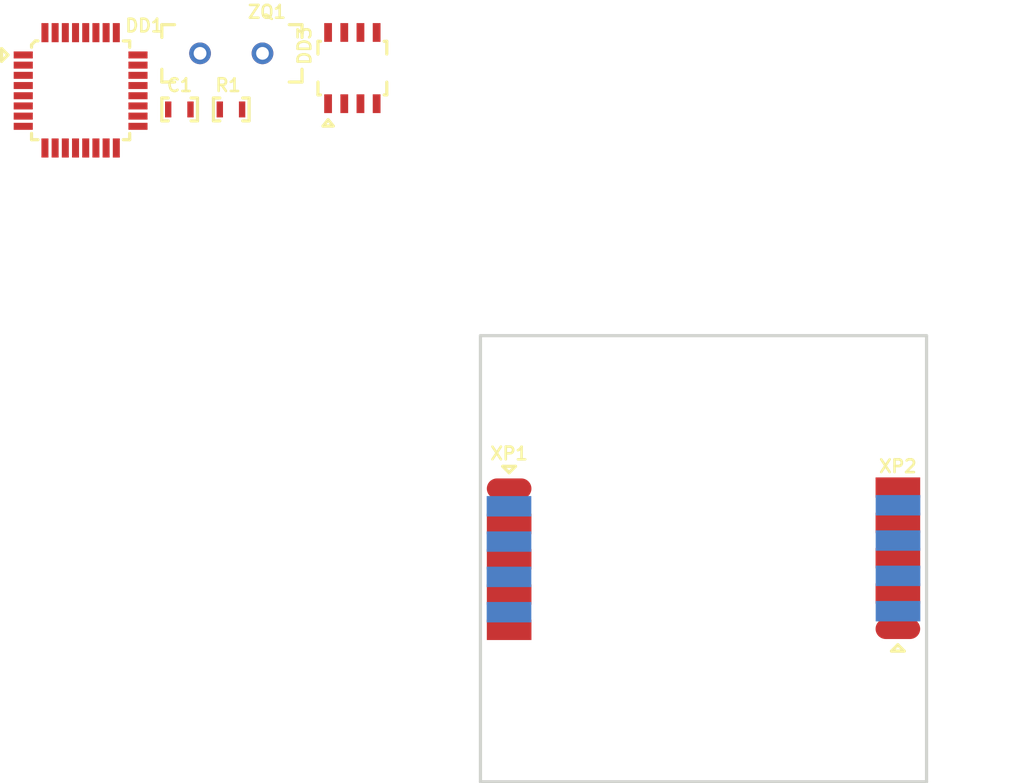
<source format=kicad_pcb>
(kicad_pcb (version 20171130) (host pcbnew "(5.1.2-1)-1")

  (general
    (thickness 1.6)
    (drawings 6)
    (tracks 0)
    (zones 0)
    (modules 7)
    (nets 65)
  )

  (page A4)
  (layers
    (0 F.Cu signal)
    (31 B.Cu signal)
    (32 B.Adhes user)
    (33 F.Adhes user)
    (34 B.Paste user)
    (35 F.Paste user)
    (36 B.SilkS user)
    (37 F.SilkS user)
    (38 B.Mask user)
    (39 F.Mask user)
    (40 Dwgs.User user)
    (41 Cmts.User user)
    (42 Eco1.User user)
    (43 Eco2.User user)
    (44 Edge.Cuts user)
    (45 Margin user)
    (46 B.CrtYd user)
    (47 F.CrtYd user)
    (48 B.Fab user)
    (49 F.Fab user)
  )

  (setup
    (last_trace_width 0.25)
    (trace_clearance 0.2)
    (zone_clearance 0.508)
    (zone_45_only no)
    (trace_min 0.2)
    (via_size 0.8)
    (via_drill 0.4)
    (via_min_size 0.4)
    (via_min_drill 0.3)
    (uvia_size 0.3)
    (uvia_drill 0.1)
    (uvias_allowed no)
    (uvia_min_size 0.2)
    (uvia_min_drill 0.1)
    (edge_width 0.05)
    (segment_width 0.2)
    (pcb_text_width 0.3)
    (pcb_text_size 1.5 1.5)
    (mod_edge_width 0.12)
    (mod_text_size 1 1)
    (mod_text_width 0.15)
    (pad_size 1.524 1.524)
    (pad_drill 0.762)
    (pad_to_mask_clearance 0.051)
    (solder_mask_min_width 0.25)
    (aux_axis_origin 0 0)
    (visible_elements FFFFFF7F)
    (pcbplotparams
      (layerselection 0x010fc_ffffffff)
      (usegerberextensions false)
      (usegerberattributes false)
      (usegerberadvancedattributes false)
      (creategerberjobfile false)
      (excludeedgelayer true)
      (linewidth 0.100000)
      (plotframeref false)
      (viasonmask false)
      (mode 1)
      (useauxorigin false)
      (hpglpennumber 1)
      (hpglpenspeed 20)
      (hpglpendiameter 15.000000)
      (psnegative false)
      (psa4output false)
      (plotreference true)
      (plotvalue true)
      (plotinvisibletext false)
      (padsonsilk false)
      (subtractmaskfromsilk false)
      (outputformat 1)
      (mirror false)
      (drillshape 1)
      (scaleselection 1)
      (outputdirectory ""))
  )

  (net 0 "")
  (net 1 "Net-(C1-Pad2)")
  (net 2 "Net-(C1-Pad1)")
  (net 3 "Net-(DD1-Pad32)")
  (net 4 "Net-(DD1-Pad31)")
  (net 5 "Net-(DD1-Pad30)")
  (net 6 "Net-(DD1-Pad29)")
  (net 7 "Net-(DD1-Pad28)")
  (net 8 "Net-(DD1-Pad27)")
  (net 9 "Net-(DD1-Pad26)")
  (net 10 "Net-(DD1-Pad25)")
  (net 11 "Net-(DD1-Pad24)")
  (net 12 "Net-(DD1-Pad23)")
  (net 13 "Net-(DD1-Pad22)")
  (net 14 "Net-(DD1-Pad21)")
  (net 15 "Net-(DD1-Pad20)")
  (net 16 "Net-(DD1-Pad19)")
  (net 17 "Net-(DD1-Pad18)")
  (net 18 "Net-(DD1-Pad17)")
  (net 19 "Net-(DD1-Pad16)")
  (net 20 "Net-(DD1-Pad15)")
  (net 21 "Net-(DD1-Pad14)")
  (net 22 "Net-(DD1-Pad13)")
  (net 23 "Net-(DD1-Pad12)")
  (net 24 "Net-(DD1-Pad11)")
  (net 25 "Net-(DD1-Pad10)")
  (net 26 "Net-(DD1-Pad9)")
  (net 27 "Net-(DD1-Pad8)")
  (net 28 "Net-(DD1-Pad7)")
  (net 29 "Net-(DD1-Pad6)")
  (net 30 "Net-(DD1-Pad5)")
  (net 31 "Net-(DD1-Pad4)")
  (net 32 "Net-(DD1-Pad3)")
  (net 33 "Net-(DD1-Pad2)")
  (net 34 "Net-(DD1-Pad1)")
  (net 35 "Net-(DD3-Pad8)")
  (net 36 "Net-(DD3-Pad7)")
  (net 37 "Net-(DD3-Pad6)")
  (net 38 "Net-(DD3-Pad5)")
  (net 39 "Net-(DD3-Pad4)")
  (net 40 "Net-(DD3-Pad3)")
  (net 41 "Net-(DD3-Pad2)")
  (net 42 "Net-(DD3-Pad1)")
  (net 43 "Net-(R1-Pad2)")
  (net 44 "Net-(R1-Pad1)")
  (net 45 "Net-(XP1-Pad1)")
  (net 46 "Net-(XP1-Pad2)")
  (net 47 "Net-(XP1-Pad3)")
  (net 48 "Net-(XP1-Pad4)")
  (net 49 "Net-(XP1-Pad5)")
  (net 50 "Net-(XP1-Pad6)")
  (net 51 "Net-(XP1-Pad7)")
  (net 52 "Net-(XP1-Pad8)")
  (net 53 "Net-(XP1-Pad9)")
  (net 54 "Net-(XP2-Pad1)")
  (net 55 "Net-(XP2-Pad2)")
  (net 56 "Net-(XP2-Pad3)")
  (net 57 "Net-(XP2-Pad4)")
  (net 58 "Net-(XP2-Pad5)")
  (net 59 "Net-(XP2-Pad6)")
  (net 60 "Net-(XP2-Pad7)")
  (net 61 "Net-(XP2-Pad8)")
  (net 62 "Net-(XP2-Pad9)")
  (net 63 "Net-(ZQ1-Pad1)")
  (net 64 "Net-(ZQ1-Pad2)")

  (net_class Default "Это класс цепей по умолчанию."
    (clearance 0.2)
    (trace_width 0.25)
    (via_dia 0.8)
    (via_drill 0.4)
    (uvia_dia 0.3)
    (uvia_drill 0.1)
    (add_net "Net-(C1-Pad1)")
    (add_net "Net-(C1-Pad2)")
    (add_net "Net-(DD1-Pad1)")
    (add_net "Net-(DD1-Pad10)")
    (add_net "Net-(DD1-Pad11)")
    (add_net "Net-(DD1-Pad12)")
    (add_net "Net-(DD1-Pad13)")
    (add_net "Net-(DD1-Pad14)")
    (add_net "Net-(DD1-Pad15)")
    (add_net "Net-(DD1-Pad16)")
    (add_net "Net-(DD1-Pad17)")
    (add_net "Net-(DD1-Pad18)")
    (add_net "Net-(DD1-Pad19)")
    (add_net "Net-(DD1-Pad2)")
    (add_net "Net-(DD1-Pad20)")
    (add_net "Net-(DD1-Pad21)")
    (add_net "Net-(DD1-Pad22)")
    (add_net "Net-(DD1-Pad23)")
    (add_net "Net-(DD1-Pad24)")
    (add_net "Net-(DD1-Pad25)")
    (add_net "Net-(DD1-Pad26)")
    (add_net "Net-(DD1-Pad27)")
    (add_net "Net-(DD1-Pad28)")
    (add_net "Net-(DD1-Pad29)")
    (add_net "Net-(DD1-Pad3)")
    (add_net "Net-(DD1-Pad30)")
    (add_net "Net-(DD1-Pad31)")
    (add_net "Net-(DD1-Pad32)")
    (add_net "Net-(DD1-Pad4)")
    (add_net "Net-(DD1-Pad5)")
    (add_net "Net-(DD1-Pad6)")
    (add_net "Net-(DD1-Pad7)")
    (add_net "Net-(DD1-Pad8)")
    (add_net "Net-(DD1-Pad9)")
    (add_net "Net-(DD3-Pad1)")
    (add_net "Net-(DD3-Pad2)")
    (add_net "Net-(DD3-Pad3)")
    (add_net "Net-(DD3-Pad4)")
    (add_net "Net-(DD3-Pad5)")
    (add_net "Net-(DD3-Pad6)")
    (add_net "Net-(DD3-Pad7)")
    (add_net "Net-(DD3-Pad8)")
    (add_net "Net-(R1-Pad1)")
    (add_net "Net-(R1-Pad2)")
    (add_net "Net-(XP1-Pad1)")
    (add_net "Net-(XP1-Pad2)")
    (add_net "Net-(XP1-Pad3)")
    (add_net "Net-(XP1-Pad4)")
    (add_net "Net-(XP1-Pad5)")
    (add_net "Net-(XP1-Pad6)")
    (add_net "Net-(XP1-Pad7)")
    (add_net "Net-(XP1-Pad8)")
    (add_net "Net-(XP1-Pad9)")
    (add_net "Net-(XP2-Pad1)")
    (add_net "Net-(XP2-Pad2)")
    (add_net "Net-(XP2-Pad3)")
    (add_net "Net-(XP2-Pad4)")
    (add_net "Net-(XP2-Pad5)")
    (add_net "Net-(XP2-Pad6)")
    (add_net "Net-(XP2-Pad7)")
    (add_net "Net-(XP2-Pad8)")
    (add_net "Net-(XP2-Pad9)")
    (add_net "Net-(ZQ1-Pad1)")
    (add_net "Net-(ZQ1-Pad2)")
  )

  (module N_X:DSUB-DB9_End_Female (layer F.Cu) (tedit 5D8A7C25) (tstamp 5D8A9451)
    (at 182.75 95.5 270)
    (descr "9-pin D-Sub connector, horizontal/angled (90 deg), THT-mount, female, pitch 2.77x2.84mm, pin-PCB-offset 7.699999999999999mm, distance of mounting holes 25mm, distance of mounting holes to PCB edge 9.12mm, see https://disti-assets.s3.amazonaws.com/tonar/files/datasheets/16730.pdf")
    (tags "9-pin D-Sub connector horizontal angled 90deg THT female pitch 2.77x2.84mm pin-PCB-offset 7.699999999999999mm mounting-holes-distance 25mm mounting-hole-offset 25mm")
    (path /5D8A892C)
    (fp_text reference XP2 (at -12.75 0 180) (layer F.SilkS)
      (effects (font (size 1 1) (thickness 0.2)))
    )
    (fp_text value Вилка_DB9 (at -6.25 5 90) (layer F.Fab)
      (effects (font (size 2 1.6) (thickness 0.3)))
    )
    (fp_line (start 1.75 0.5) (end 1.25 0) (layer F.SilkS) (width 0.25))
    (fp_line (start 1.75 -0.5) (end 1.75 0.5) (layer F.SilkS) (width 0.25))
    (fp_line (start 1.25 0) (end 1.75 -0.5) (layer F.SilkS) (width 0.25))
    (fp_line (start -21.025 -2.36) (end 9.945 -2.36) (layer F.Fab) (width 0.3))
    (pad 1 smd oval (at 0 0 270) (size 1.6 3.5) (layers F.Cu F.Paste F.Mask)
      (net 54 "Net-(XP2-Pad1)"))
    (pad 2 smd rect (at -2.77 0 270) (size 1.6 3.5) (layers F.Cu F.Paste F.Mask)
      (net 55 "Net-(XP2-Pad2)"))
    (pad 3 smd rect (at -5.54 0 270) (size 1.6 3.5) (layers F.Cu F.Paste F.Mask)
      (net 56 "Net-(XP2-Pad3)"))
    (pad 4 smd rect (at -8.31 0 270) (size 1.6 3.5) (layers F.Cu F.Paste F.Mask)
      (net 57 "Net-(XP2-Pad4)"))
    (pad 5 smd rect (at -11.08 0 270) (size 1.6 3.5) (layers F.Cu F.Paste F.Mask)
      (net 58 "Net-(XP2-Pad5)"))
    (pad 6 smd rect (at -1.385 -0.01 270) (size 1.6 3.5) (layers B.Cu B.Paste B.Mask)
      (net 59 "Net-(XP2-Pad6)"))
    (pad 7 smd rect (at -4.155 -0.01 270) (size 1.6 3.5) (layers B.Cu B.Paste B.Mask)
      (net 60 "Net-(XP2-Pad7)"))
    (pad 8 smd rect (at -6.925 -0.01 270) (size 1.6 3.5) (layers B.Cu B.Paste B.Mask)
      (net 61 "Net-(XP2-Pad8)"))
    (pad 9 smd rect (at -9.695 -0.01 270) (size 1.6 3.5) (layers B.Cu B.Paste B.Mask)
      (net 62 "Net-(XP2-Pad9)"))
    (model ${N_3D}/X/DB9_M.step
      (offset (xyz 0 2.5 0.5))
      (scale (xyz 1 1 1))
      (rotate (xyz 0 0 0))
    )
  )

  (module N_X:DSUB-DB9_End_Female (layer F.Cu) (tedit 5D8A7C25) (tstamp 5D8A9440)
    (at 152.25 84.5 90)
    (descr "9-pin D-Sub connector, horizontal/angled (90 deg), THT-mount, female, pitch 2.77x2.84mm, pin-PCB-offset 7.699999999999999mm, distance of mounting holes 25mm, distance of mounting holes to PCB edge 9.12mm, see https://disti-assets.s3.amazonaws.com/tonar/files/datasheets/16730.pdf")
    (tags "9-pin D-Sub connector horizontal angled 90deg THT female pitch 2.77x2.84mm pin-PCB-offset 7.699999999999999mm mounting-holes-distance 25mm mounting-hole-offset 25mm")
    (path /5D8A77D8)
    (fp_text reference XP1 (at 2.75 0 180) (layer F.SilkS)
      (effects (font (size 1 1) (thickness 0.2)))
    )
    (fp_text value Вилка_DB9 (at -6.25 5 90) (layer F.Fab)
      (effects (font (size 2 1.6) (thickness 0.3)))
    )
    (fp_line (start 1.75 0.5) (end 1.25 0) (layer F.SilkS) (width 0.25))
    (fp_line (start 1.75 -0.5) (end 1.75 0.5) (layer F.SilkS) (width 0.25))
    (fp_line (start 1.25 0) (end 1.75 -0.5) (layer F.SilkS) (width 0.25))
    (fp_line (start -21.025 -2.36) (end 9.945 -2.36) (layer F.Fab) (width 0.3))
    (pad 1 smd oval (at 0 0 90) (size 1.6 3.5) (layers F.Cu F.Paste F.Mask)
      (net 45 "Net-(XP1-Pad1)"))
    (pad 2 smd rect (at -2.77 0 90) (size 1.6 3.5) (layers F.Cu F.Paste F.Mask)
      (net 46 "Net-(XP1-Pad2)"))
    (pad 3 smd rect (at -5.54 0 90) (size 1.6 3.5) (layers F.Cu F.Paste F.Mask)
      (net 47 "Net-(XP1-Pad3)"))
    (pad 4 smd rect (at -8.31 0 90) (size 1.6 3.5) (layers F.Cu F.Paste F.Mask)
      (net 48 "Net-(XP1-Pad4)"))
    (pad 5 smd rect (at -11.08 0 90) (size 1.6 3.5) (layers F.Cu F.Paste F.Mask)
      (net 49 "Net-(XP1-Pad5)"))
    (pad 6 smd rect (at -1.385 -0.01 90) (size 1.6 3.5) (layers B.Cu B.Paste B.Mask)
      (net 50 "Net-(XP1-Pad6)"))
    (pad 7 smd rect (at -4.155 -0.01 90) (size 1.6 3.5) (layers B.Cu B.Paste B.Mask)
      (net 51 "Net-(XP1-Pad7)"))
    (pad 8 smd rect (at -6.925 -0.01 90) (size 1.6 3.5) (layers B.Cu B.Paste B.Mask)
      (net 52 "Net-(XP1-Pad8)"))
    (pad 9 smd rect (at -9.695 -0.01 90) (size 1.6 3.5) (layers B.Cu B.Paste B.Mask)
      (net 53 "Net-(XP1-Pad9)"))
    (model ${N_3D}/X/DB9_M.step
      (offset (xyz 0 2.5 0.5))
      (scale (xyz 1 1 1))
      (rotate (xyz 0 0 0))
    )
  )

  (module "N_RLC:Резонатор_РК456МДУ(DIP)" (layer F.Cu) (tedit 5D8A7657) (tstamp 5D8A945F)
    (at 128 50.35)
    (path /5D8C7756)
    (fp_text reference ZQ1 (at 5.25 -3.25 180) (layer F.SilkS)
      (effects (font (size 1 1) (thickness 0.2)))
    )
    (fp_text value Резонатор_кварцевый (at 2.7 3.5) (layer F.Fab)
      (effects (font (size 1 1) (thickness 0.15)))
    )
    (fp_line (start 7 2.25) (end 8 2.25) (layer F.SilkS) (width 0.25))
    (fp_line (start 7 -2.25) (end 8 -2.25) (layer F.SilkS) (width 0.25))
    (fp_line (start 8 1.25) (end 8 2.25) (layer F.SilkS) (width 0.25))
    (fp_line (start 8 -2.25) (end 8 -1.25) (layer F.SilkS) (width 0.25))
    (fp_line (start -3 2.25) (end -2 2.25) (layer F.SilkS) (width 0.25))
    (fp_line (start -3 1.25) (end -3 2.25) (layer F.SilkS) (width 0.25))
    (fp_line (start -3 -2.25) (end -3 -1.25) (layer F.SilkS) (width 0.25))
    (fp_line (start -3 -2.25) (end -2 -2.25) (layer F.SilkS) (width 0.25))
    (pad 1 thru_hole circle (at 0 0) (size 1.7 1.7) (drill 1) (layers *.Cu *.Mask)
      (net 63 "Net-(ZQ1-Pad1)"))
    (pad 2 thru_hole circle (at 4.9 0) (size 1.7 1.7) (drill 1) (layers *.Cu *.Mask)
      (net 64 "Net-(ZQ1-Pad2)"))
    (model ${N_3D}/Rezonator_RK456MDY.stp
      (offset (xyz -3.048 -2.413 0.254))
      (scale (xyz 1 1 1))
      (rotate (xyz 0 0 0))
    )
  )

  (module N_RLC:Резистор_SMD_0603_0,065_Вт (layer F.Cu) (tedit 5D8A71D3) (tstamp 5D8A942F)
    (at 129.55 54.75)
    (path /5D8C4358)
    (fp_text reference R1 (at 0.65 -1.9) (layer F.SilkS)
      (effects (font (size 1 1) (thickness 0.2)))
    )
    (fp_text value Резистор_0,065Вт (at 0.1524 2.5146) (layer F.Fab)
      (effects (font (size 1 1) (thickness 0.15)))
    )
    (fp_line (start 2.3 0.9) (end 1.8 0.9) (layer F.SilkS) (width 0.25))
    (fp_line (start 2.3 -0.9) (end 1.8 -0.9) (layer F.SilkS) (width 0.25))
    (fp_line (start 2.3 -0.9) (end 2.3 0.9) (layer F.SilkS) (width 0.25))
    (fp_line (start -0.5 0.9) (end 0 0.9) (layer F.SilkS) (width 0.25))
    (fp_line (start -0.5 -0.9) (end -0.5 0.9) (layer F.SilkS) (width 0.25))
    (fp_line (start -0.5 -0.9) (end 0 -0.9) (layer F.SilkS) (width 0.25))
    (pad 2 smd rect (at 1.75 0) (size 0.5 1.25) (layers F.Cu F.Paste F.Mask)
      (net 43 "Net-(R1-Pad2)") (clearance 0.2))
    (pad 1 smd rect (at 0 0) (size 0.5 1.25) (layers F.Cu F.Paste F.Mask)
      (net 44 "Net-(R1-Pad1)") (clearance 0.2))
    (model ${N_3D}/CAP_0603.stp
      (offset (xyz 0.08 -0.55 0))
      (scale (xyz 1 1 1))
      (rotate (xyz 0 90 90))
    )
  )

  (module N_DD:SO-8 (layer F.Cu) (tedit 5C5F1741) (tstamp 5D8A9423)
    (at 139.95 51.505599)
    (descr "SO-8 Surface Mount Small Outline 150mil 8pin Package")
    (tags "Power Integrations D Package")
    (path /5D8B8840)
    (fp_text reference DD3 (at -3.75 -1.75 90) (layer F.SilkS)
      (effects (font (size 1 1) (thickness 0.2)))
    )
    (fp_text value "5559ИН10_28(UART-RS485)" (at 0 0) (layer F.Fab)
      (effects (font (size 1 1) (thickness 0.15)))
    )
    (fp_line (start -1.5 4.55) (end -2.3 4.55) (layer F.SilkS) (width 0.25))
    (fp_line (start -1.9 4.05) (end -1.5 4.55) (layer F.SilkS) (width 0.25))
    (fp_line (start -1.9 4.05) (end -2.3 4.55) (layer F.SilkS) (width 0.25))
    (fp_line (start -2.7 2.1) (end -2.7 1.1) (layer F.SilkS) (width 0.25))
    (fp_line (start -2.5 2.1) (end -2.7 2.1) (layer F.SilkS) (width 0.25))
    (fp_line (start -2.7 -2.1) (end -2.7 -1.1) (layer F.SilkS) (width 0.25))
    (fp_line (start -2.5 -2.1) (end -2.7 -2.1) (layer F.SilkS) (width 0.25))
    (fp_line (start 2.7 -2.1) (end 2.7 -1.1) (layer F.SilkS) (width 0.25))
    (fp_line (start 2.5 -2.1) (end 2.7 -2.1) (layer F.SilkS) (width 0.25))
    (fp_line (start 2.7 2.1) (end 2.7 1.1) (layer F.SilkS) (width 0.25))
    (fp_line (start 2.5 2.1) (end 2.7 2.1) (layer F.SilkS) (width 0.25))
    (pad 8 smd rect (at -1.905 -2.794) (size 0.6096 1.4732) (layers F.Cu F.Paste F.Mask)
      (net 35 "Net-(DD3-Pad8)"))
    (pad 7 smd rect (at -0.635 -2.794) (size 0.6096 1.4732) (layers F.Cu F.Paste F.Mask)
      (net 36 "Net-(DD3-Pad7)"))
    (pad 6 smd rect (at 0.635 -2.794) (size 0.6096 1.4732) (layers F.Cu F.Paste F.Mask)
      (net 37 "Net-(DD3-Pad6)"))
    (pad 5 smd rect (at 1.905 -2.794) (size 0.6096 1.4732) (layers F.Cu F.Paste F.Mask)
      (net 38 "Net-(DD3-Pad5)"))
    (pad 4 smd rect (at 1.905 2.794) (size 0.6096 1.4732) (layers F.Cu F.Paste F.Mask)
      (net 39 "Net-(DD3-Pad4)"))
    (pad 3 smd rect (at 0.635 2.794) (size 0.6096 1.4732) (layers F.Cu F.Paste F.Mask)
      (net 40 "Net-(DD3-Pad3)"))
    (pad 2 smd rect (at -0.635 2.794) (size 0.6096 1.4732) (layers F.Cu F.Paste F.Mask)
      (net 41 "Net-(DD3-Pad2)"))
    (pad 1 smd rect (at -1.905 2.794) (size 0.6096 1.4732) (layers F.Cu F.Paste F.Mask)
      (net 42 "Net-(DD3-Pad1)"))
    (model ${N_3D}/SO-8.step
      (offset (xyz -1.9 -2.6 0))
      (scale (xyz 1 1 1))
      (rotate (xyz -90 0 -90))
    )
  )

  (module N_DD:микросхема_ATMEGA-8-161AU (layer F.Cu) (tedit 5C5F16B7) (tstamp 5D8A93BC)
    (at 114.38 50.474999)
    (path /5D8AA774)
    (fp_text reference DD1 (at 9.25 -2.3 180) (layer F.SilkS)
      (effects (font (size 1 1) (thickness 0.2)))
    )
    (fp_text value ATmega168 (at 4.17 8.72) (layer F.Fab)
      (effects (font (size 1 1) (thickness 0.15)))
    )
    (fp_line (start -1.95 -0.5) (end -1.95 0.5) (layer F.SilkS) (width 0.25))
    (fp_line (start -1.95 -0.5) (end -1.45 0) (layer F.SilkS) (width 0.25))
    (fp_line (start -1.45 0) (end -1.95 0.5) (layer F.SilkS) (width 0.25))
    (fp_line (start 0.7 -1.1) (end 0.9 -1.1) (layer F.SilkS) (width 0.25))
    (fp_line (start 0.4 -0.8) (end 0.4 -0.6) (layer F.SilkS) (width 0.25))
    (fp_line (start 8.1 -1.1) (end 7.6 -1.1) (layer F.SilkS) (width 0.25))
    (fp_line (start 8.1 -1.1) (end 8.1 -0.6) (layer F.SilkS) (width 0.25))
    (fp_line (start 8.1 6.65) (end 8.1 6.15) (layer F.SilkS) (width 0.25))
    (fp_line (start 8.1 6.65) (end 7.6 6.65) (layer F.SilkS) (width 0.25))
    (fp_line (start 0.4 6.65) (end 0.4 6.15) (layer F.SilkS) (width 0.25))
    (fp_line (start 0.4 6.65) (end 0.9 6.65) (layer F.SilkS) (width 0.25))
    (fp_line (start 0.4 -0.8) (end 0.7 -1.1) (layer F.SilkS) (width 0.25))
    (pad 32 smd rect (at 1.45 -1.75 90) (size 1.5 0.55) (layers F.Cu F.Paste F.Mask)
      (net 3 "Net-(DD1-Pad32)"))
    (pad 31 smd rect (at 2.25 -1.75 90) (size 1.5 0.55) (layers F.Cu F.Paste F.Mask)
      (net 4 "Net-(DD1-Pad31)"))
    (pad 30 smd rect (at 3.05 -1.75 90) (size 1.5 0.55) (layers F.Cu F.Paste F.Mask)
      (net 5 "Net-(DD1-Pad30)"))
    (pad 29 smd rect (at 3.85 -1.75 90) (size 1.5 0.55) (layers F.Cu F.Paste F.Mask)
      (net 6 "Net-(DD1-Pad29)"))
    (pad 28 smd rect (at 4.65 -1.75 90) (size 1.5 0.55) (layers F.Cu F.Paste F.Mask)
      (net 7 "Net-(DD1-Pad28)"))
    (pad 27 smd rect (at 5.45 -1.75 90) (size 1.5 0.55) (layers F.Cu F.Paste F.Mask)
      (net 8 "Net-(DD1-Pad27)"))
    (pad 26 smd rect (at 6.25 -1.75 90) (size 1.5 0.55) (layers F.Cu F.Paste F.Mask)
      (net 9 "Net-(DD1-Pad26)"))
    (pad 25 smd rect (at 7.05 -1.75 90) (size 1.5 0.55) (layers F.Cu F.Paste F.Mask)
      (net 10 "Net-(DD1-Pad25)"))
    (pad 24 smd rect (at 8.75 0) (size 1.5 0.55) (layers F.Cu F.Paste F.Mask)
      (net 11 "Net-(DD1-Pad24)"))
    (pad 23 smd rect (at 8.75 0.8) (size 1.5 0.55) (layers F.Cu F.Paste F.Mask)
      (net 12 "Net-(DD1-Pad23)"))
    (pad 22 smd rect (at 8.75 1.6) (size 1.5 0.55) (layers F.Cu F.Paste F.Mask)
      (net 13 "Net-(DD1-Pad22)"))
    (pad 21 smd rect (at 8.75 2.4) (size 1.5 0.55) (layers F.Cu F.Paste F.Mask)
      (net 14 "Net-(DD1-Pad21)"))
    (pad 20 smd rect (at 8.75 3.2) (size 1.5 0.55) (layers F.Cu F.Paste F.Mask)
      (net 15 "Net-(DD1-Pad20)"))
    (pad 19 smd rect (at 8.75 4) (size 1.5 0.55) (layers F.Cu F.Paste F.Mask)
      (net 16 "Net-(DD1-Pad19)"))
    (pad 18 smd rect (at 8.75 4.8) (size 1.5 0.55) (layers F.Cu F.Paste F.Mask)
      (net 17 "Net-(DD1-Pad18)"))
    (pad 17 smd rect (at 8.75 5.6) (size 1.5 0.55) (layers F.Cu F.Paste F.Mask)
      (net 18 "Net-(DD1-Pad17)"))
    (pad 16 smd rect (at 7.05 7.3 90) (size 1.5 0.55) (layers F.Cu F.Paste F.Mask)
      (net 19 "Net-(DD1-Pad16)"))
    (pad 15 smd rect (at 6.25 7.3 90) (size 1.5 0.55) (layers F.Cu F.Paste F.Mask)
      (net 20 "Net-(DD1-Pad15)"))
    (pad 14 smd rect (at 5.45 7.3 90) (size 1.5 0.55) (layers F.Cu F.Paste F.Mask)
      (net 21 "Net-(DD1-Pad14)"))
    (pad 13 smd rect (at 4.65 7.3 90) (size 1.5 0.55) (layers F.Cu F.Paste F.Mask)
      (net 22 "Net-(DD1-Pad13)"))
    (pad 12 smd rect (at 3.85 7.3 90) (size 1.5 0.55) (layers F.Cu F.Paste F.Mask)
      (net 23 "Net-(DD1-Pad12)"))
    (pad 11 smd rect (at 3.05 7.3 90) (size 1.5 0.55) (layers F.Cu F.Paste F.Mask)
      (net 24 "Net-(DD1-Pad11)"))
    (pad 10 smd rect (at 2.25 7.3 90) (size 1.5 0.55) (layers F.Cu F.Paste F.Mask)
      (net 25 "Net-(DD1-Pad10)"))
    (pad 9 smd rect (at 1.45 7.3 90) (size 1.5 0.55) (layers F.Cu F.Paste F.Mask)
      (net 26 "Net-(DD1-Pad9)"))
    (pad 8 smd rect (at -0.25 5.6) (size 1.5 0.55) (layers F.Cu F.Paste F.Mask)
      (net 27 "Net-(DD1-Pad8)"))
    (pad 7 smd rect (at -0.25 4.8) (size 1.5 0.55) (layers F.Cu F.Paste F.Mask)
      (net 28 "Net-(DD1-Pad7)"))
    (pad 6 smd rect (at -0.25 4) (size 1.5 0.55) (layers F.Cu F.Paste F.Mask)
      (net 29 "Net-(DD1-Pad6)"))
    (pad 5 smd rect (at -0.25 3.2) (size 1.5 0.55) (layers F.Cu F.Paste F.Mask)
      (net 30 "Net-(DD1-Pad5)"))
    (pad 4 smd rect (at -0.25 2.4) (size 1.5 0.55) (layers F.Cu F.Paste F.Mask)
      (net 31 "Net-(DD1-Pad4)"))
    (pad 3 smd rect (at -0.25 1.6) (size 1.5 0.55) (layers F.Cu F.Paste F.Mask)
      (net 32 "Net-(DD1-Pad3)"))
    (pad 2 smd rect (at -0.25 0.8) (size 1.5 0.55) (layers F.Cu F.Paste F.Mask)
      (net 33 "Net-(DD1-Pad2)"))
    (pad 1 smd rect (at -0.25 0) (size 1.5 0.55) (layers F.Cu F.Paste F.Mask)
      (net 34 "Net-(DD1-Pad1)"))
    (model "${N_3D}/atmega8 (tqfp32)_V2008.step"
      (offset (xyz 3.1 -1.6 0.5))
      (scale (xyz 1 1 1))
      (rotate (xyz -90 0 0))
    )
  )

  (module N_RLC:Конденсатор_SMD_0603 (layer F.Cu) (tedit 5D8A7284) (tstamp 5D8A938C)
    (at 125.5 54.75)
    (path /5D8C6128)
    (fp_text reference C1 (at 0.9 -1.9) (layer F.SilkS)
      (effects (font (size 1 1) (thickness 0.2)))
    )
    (fp_text value Конденсатор_керамический (at 0.1524 2.5146) (layer F.Fab)
      (effects (font (size 1 1) (thickness 0.15)))
    )
    (fp_line (start 2.3 0.9) (end 1.8 0.9) (layer F.SilkS) (width 0.25))
    (fp_line (start 2.3 -0.9) (end 1.8 -0.9) (layer F.SilkS) (width 0.25))
    (fp_line (start 2.3 -0.9) (end 2.3 0.9) (layer F.SilkS) (width 0.25))
    (fp_line (start -0.5 0.9) (end 0 0.9) (layer F.SilkS) (width 0.25))
    (fp_line (start -0.5 -0.9) (end -0.5 0.9) (layer F.SilkS) (width 0.25))
    (fp_line (start -0.5 -0.9) (end 0 -0.9) (layer F.SilkS) (width 0.25))
    (pad 2 smd rect (at 1.75 0) (size 0.5 1.25) (layers F.Cu F.Paste F.Mask)
      (net 1 "Net-(C1-Pad2)") (clearance 0.2))
    (pad 1 smd rect (at 0 0) (size 0.5 1.25) (layers F.Cu F.Paste F.Mask)
      (net 2 "Net-(C1-Pad1)") (clearance 0.2))
    (model ${N_3D}/CAP_0603.stp
      (offset (xyz 0.08 -0.55 0))
      (scale (xyz 1 1 1))
      (rotate (xyz 0 90 90))
    )
  )

  (dimension 35 (width 0.12) (layer F.Fab)
    (gr_text "35,000 мм" (at 191.27 90 270) (layer F.Fab)
      (effects (font (size 1 1) (thickness 0.15)))
    )
    (feature1 (pts (xy 185 107.5) (xy 190.586421 107.5)))
    (feature2 (pts (xy 185 72.5) (xy 190.586421 72.5)))
    (crossbar (pts (xy 190 72.5) (xy 190 107.5)))
    (arrow1a (pts (xy 190 107.5) (xy 189.413579 106.373496)))
    (arrow1b (pts (xy 190 107.5) (xy 190.586421 106.373496)))
    (arrow2a (pts (xy 190 72.5) (xy 189.413579 73.626504)))
    (arrow2b (pts (xy 190 72.5) (xy 190.586421 73.626504)))
  )
  (dimension 35 (width 0.12) (layer F.Fab)
    (gr_text "35,000 мм" (at 167.5 66.23) (layer F.Fab)
      (effects (font (size 1 1) (thickness 0.15)))
    )
    (feature1 (pts (xy 185 72.5) (xy 185 66.913579)))
    (feature2 (pts (xy 150 72.5) (xy 150 66.913579)))
    (crossbar (pts (xy 150 67.5) (xy 185 67.5)))
    (arrow1a (pts (xy 185 67.5) (xy 183.873496 68.086421)))
    (arrow1b (pts (xy 185 67.5) (xy 183.873496 66.913579)))
    (arrow2a (pts (xy 150 67.5) (xy 151.126504 68.086421)))
    (arrow2b (pts (xy 150 67.5) (xy 151.126504 66.913579)))
  )
  (gr_line (start 150 107.5) (end 150 72.5) (layer Edge.Cuts) (width 0.25) (tstamp 5D8A95FB))
  (gr_line (start 185 107.5) (end 150 107.5) (layer Edge.Cuts) (width 0.25))
  (gr_line (start 185 72.5) (end 185 107.5) (layer Edge.Cuts) (width 0.25))
  (gr_line (start 150 72.5) (end 185 72.5) (layer Edge.Cuts) (width 0.25))

)

</source>
